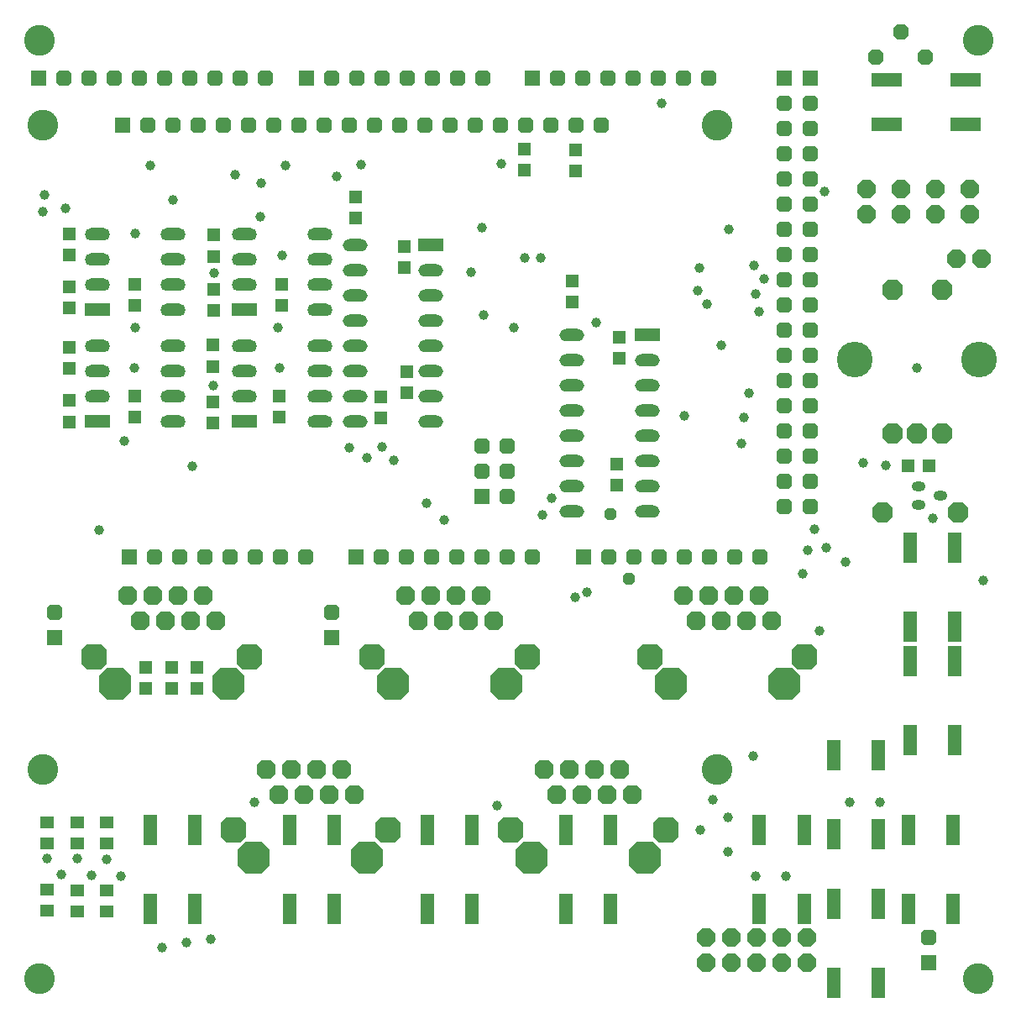
<source format=gts>
%FSLAX35Y35*%
%MOIN*%
%IN18=Loetstoppmaskeoben(X.GTS)*%
%ADD10C,0.00591*%
%ADD11C,0.00512*%
%ADD12C,0.00614*%
%ADD13C,0.00768*%
%ADD14C,0.00787*%
%ADD15C,0.01181*%
%ADD16C,0.01280*%
%ADD17C,0.01575*%
%ADD18C,0.01969*%
%ADD19C,0.02362*%
%ADD20C,0.02795*%
%ADD21C,0.03937*%
%ADD22C,0.12205*%
%ADD23C,0.13780*%
%ADD24C,0.14173*%
%AMR_25*21,1,0.00787,0.00787,0,0,0.000*%
%ADD25R_25*%
%AMR_26*21,1,0.01575,0.01575,0,0,0.000*%
%ADD26R_26*%
%AMR_27*21,1,0.01870,0.01870,0,0,0.000*%
%ADD27R_27*%
%AMR_28*21,1,0.01969,0.01969,0,0,0.000*%
%ADD28R_28*%
%AMR_29*21,1,0.02559,0.02559,0,0,0.000*%
%ADD29R_29*%
%AMR_30*21,1,0.04587,0.05433,0,0,90.000*%
%ADD30R_30*%
%AMR_31*21,1,0.05000,0.05000,0,0,0.000*%
%ADD31R_31*%
%AMR_32*21,1,0.05000,0.05000,0,0,90.000*%
%ADD32R_32*%
%AMR_33*21,1,0.05000,0.05000,0,0,270.000*%
%ADD33R_33*%
%AMR_34*21,1,0.05000,0.09843,0,0,270.000*%
%ADD34R_34*%
%AMR_35*21,1,0.05000,0.10000,0,0,90.000*%
%ADD35R_35*%
%AMR_36*21,1,0.12205,0.05118,0,0,90.000*%
%ADD36R_36*%
%AMR_37*21,1,0.12205,0.05118,0,0,180.000*%
%ADD37R_37*%
%AMR_38*21,1,0.19685,0.19685,0,0,0.000*%
%ADD38R_38*%
%AMOCT_39*4,1,8,0.023622,0.011811,0.011811,0.023622,-0.011811,0.023622,-0.023622,0.011811,-0.023622,-0.011811,-0.011811,-0.023622,0.011811,-0.023622,0.023622,-0.011811,0.023622,0.011811,0.000*%
%ADD39OCT_39*%
%AMOCT_40*4,1,8,0.029528,0.014764,0.014764,0.029528,-0.014764,0.029528,-0.029528,0.014764,-0.029528,-0.014764,-0.014764,-0.029528,0.014764,-0.029528,0.029528,-0.014764,0.029528,0.014764,0.000*%
%ADD40OCT_40*%
%AMOCT_41*4,1,8,0.031496,0.015748,0.015748,0.031496,-0.015748,0.031496,-0.031496,0.015748,-0.031496,-0.015748,-0.015748,-0.031496,0.015748,-0.031496,0.031496,-0.015748,0.031496,0.015748,-0.000*%
%ADD41OCT_41*%
%AMOCT_42*4,1,8,0.031496,0.015748,0.015748,0.031496,-0.015748,0.031496,-0.031496,0.015748,-0.031496,-0.015748,-0.015748,-0.031496,0.015748,-0.031496,0.031496,-0.015748,0.031496,0.015748,90.000*%
%ADD42OCT_42*%
%AMOCT_43*4,1,8,0.031496,0.015748,0.015748,0.031496,-0.015748,0.031496,-0.031496,0.015748,-0.031496,-0.015748,-0.015748,-0.031496,0.015748,-0.031496,0.031496,-0.015748,0.031496,0.015748,270.000*%
%ADD43OCT_43*%
%AMOCT_44*4,1,8,0.035433,0.017717,0.017717,0.035433,-0.017717,0.035433,-0.035433,0.017717,-0.035433,-0.017717,-0.017717,-0.035433,0.017717,-0.035433,0.035433,-0.017717,0.035433,0.017717,-0.000*%
%ADD44OCT_44*%
%AMOCT_45*4,1,8,0.035433,0.017717,0.017717,0.035433,-0.017717,0.035433,-0.035433,0.017717,-0.035433,-0.017717,-0.017717,-0.035433,0.017717,-0.035433,0.035433,-0.017717,0.035433,0.017717,180.000*%
%ADD45OCT_45*%
%AMOCT_46*4,1,8,0.035433,0.017717,0.017717,0.035433,-0.017717,0.035433,-0.035433,0.017717,-0.035433,-0.017717,-0.017717,-0.035433,0.017717,-0.035433,0.035433,-0.017717,0.035433,0.017717,270.000*%
%ADD46OCT_46*%
%AMOCT_47*4,1,8,0.037402,0.018701,0.018701,0.037402,-0.018701,0.037402,-0.037402,0.018701,-0.037402,-0.018701,-0.018701,-0.037402,0.018701,-0.037402,0.037402,-0.018701,0.037402,0.018701,180.000*%
%ADD47OCT_47*%
%AMOCT_48*4,1,8,0.039370,0.019685,0.019685,0.039370,-0.019685,0.039370,-0.039370,0.019685,-0.039370,-0.019685,-0.019685,-0.039370,0.019685,-0.039370,0.039370,-0.019685,0.039370,0.019685,0.000*%
%ADD48OCT_48*%
%AMOCT_49*4,1,8,0.051181,0.025591,0.025591,0.051181,-0.025591,0.051181,-0.051181,0.025591,-0.051181,-0.025591,-0.025591,-0.051181,0.025591,-0.051181,0.051181,-0.025591,0.051181,0.025591,180.000*%
%ADD49OCT_49*%
%AMOCT_50*4,1,8,0.063976,0.031988,0.031988,0.063976,-0.031988,0.063976,-0.063976,0.031988,-0.063976,-0.031988,-0.031988,-0.063976,0.031988,-0.063976,0.063976,-0.031988,0.063976,0.031988,180.000*%
%ADD50OCT_50*%
%AMO_51*20,1,0.03937,-0.00787,0.00000,0.00787,0.00000,0*1,1,0.03937,-0.00787,0.00000*1,1,0.03937,0.00787,0.00000*%
%ADD51O_51*%
%AMO_52*20,1,0.05000,-0.02421,0.00000,0.02421,0.00000,0*1,1,0.05000,-0.02421,0.00000*1,1,0.05000,0.02421,0.00000*%
%ADD52O_52*%
%AMO_53*20,1,0.05000,0.02500,0.00000,-0.02500,0.00000,0*1,1,0.05000,0.02500,0.00000*1,1,0.05000,-0.02500,0.00000*%
%ADD53O_53*%
%AMRR_54*21,1,0.06299,0.05039,0,0,-0.000*21,1,0.05039,0.06299,0,0,-0.000*1,1,0.01260,0.02520,0.02520*1,1,0.01260,-0.02520,-0.02520*1,1,0.01260,0.02520,-0.02520*1,1,0.01260,-0.02520,0.02520*%
%ADD54RR_54*%
%AMRR_55*21,1,0.06299,0.05039,0,0,90.000*21,1,0.05039,0.06299,0,0,90.000*1,1,0.01260,-0.02520,0.02520*1,1,0.01260,0.02520,-0.02520*1,1,0.01260,0.02520,0.02520*1,1,0.01260,-0.02520,-0.02520*%
%ADD55RR_55*%
%AMRR_56*21,1,0.06299,0.05039,0,0,270.000*21,1,0.05039,0.06299,0,0,270.000*1,1,0.01260,0.02520,-0.02520*1,1,0.01260,-0.02520,0.02520*1,1,0.01260,-0.02520,-0.02520*1,1,0.01260,0.02520,0.02520*%
%ADD56RR_56*%
G54D21*
X192165Y79320D03*
X48661Y306289D03*
X48267Y252942D03*
X186259Y308651D03*
X186850Y274202D03*
X106732Y297627D03*
X105944Y252942D03*
X63425Y319675D03*
X231535Y271250D03*
X358897Y252942D03*
X365196Y193297D03*
X385275Y168690D03*
X332322Y80895D03*
X344133Y80895D03*
X320118Y148612D03*
X95708Y80895D03*
X198858Y269084D03*
X48464Y269084D03*
X105157Y269084D03*
X79763Y290738D03*
X79566Y246250D03*
X44330Y224005D03*
X193740Y334045D03*
X294133Y293887D03*
X298070Y288375D03*
X257519Y358061D03*
X330354Y176171D03*
X322874Y181683D03*
X337440Y215541D03*
X315393Y180895D03*
X318149Y189163D03*
X34291Y188769D03*
X181929Y291131D03*
X171299Y192706D03*
X164212Y199399D03*
X140590Y217509D03*
X146496Y221840D03*
X322086Y323021D03*
X271692Y283651D03*
X275629Y278533D03*
X272480Y292706D03*
X133503Y221446D03*
X88228Y329714D03*
X12637Y321840D03*
X98070Y313179D03*
X20905Y316328D03*
X13425Y58454D03*
X25629Y58454D03*
X37047Y58061D03*
X98464Y326564D03*
X11850Y315147D03*
X284291Y308061D03*
X346496Y214360D03*
X289015Y223021D03*
X290196Y233257D03*
X151220Y216328D03*
X296102Y275383D03*
X294921Y282470D03*
X281141Y261998D03*
X266574Y234045D03*
X292165Y243100D03*
X71299Y213966D03*
X19330Y51958D03*
X59094Y23021D03*
X68937Y24990D03*
X78385Y26564D03*
X42952Y51564D03*
X54370Y333257D03*
X108307Y333257D03*
X31141Y51761D03*
X227992Y163966D03*
X138228Y333651D03*
X209488Y296643D03*
X213818Y201368D03*
X128385Y328927D03*
X203188Y296643D03*
X210275Y194675D03*
X223267Y161998D03*
X277992Y81683D03*
X272874Y69872D03*
X283897Y61210D03*
X283897Y74596D03*
X306732Y51368D03*
X294921Y51368D03*
X313425Y171446D03*
X293740Y99005D03*
G54D22*
X11742Y93759D03*
X11742Y349350D03*
X279458Y93759D03*
X383100Y10600D03*
X10600Y10600D03*
X10600Y383100D03*
X383100Y383100D03*
X279458Y349350D03*
G54D24*
X334291Y256486D03*
X383503Y256486D03*
G54D30*
X37047Y72765D03*
X37047Y64360D03*
X25629Y72765D03*
X25629Y64360D03*
X13425Y72765D03*
X13425Y64360D03*
X37047Y45797D03*
X37047Y37391D03*
X25629Y45797D03*
X25629Y37391D03*
X13425Y46190D03*
X13425Y37785D03*
G54D31*
X363754Y214163D03*
X355354Y214163D03*
G54D32*
X156535Y251500D03*
X156535Y243100D03*
X146102Y241461D03*
X146102Y233061D03*
X155354Y301106D03*
X155354Y292706D03*
X79566Y261933D03*
X79566Y253533D03*
X79763Y305634D03*
X79763Y297234D03*
X239803Y214689D03*
X239803Y206289D03*
X240984Y265083D03*
X240984Y256683D03*
X22480Y261146D03*
X22480Y252746D03*
X22480Y306027D03*
X22480Y297627D03*
G54D33*
X223661Y330960D03*
X223661Y339360D03*
X203188Y331353D03*
X203188Y339753D03*
X136259Y312259D03*
X136259Y320659D03*
X79566Y230960D03*
X79566Y239360D03*
X105944Y233519D03*
X105944Y241919D03*
X106929Y277810D03*
X106929Y286210D03*
X79763Y275842D03*
X79763Y284242D03*
X222086Y278991D03*
X222086Y287391D03*
X22480Y231550D03*
X22480Y239950D03*
X48464Y233519D03*
X48464Y241919D03*
X48464Y277810D03*
X48464Y286210D03*
X22480Y276629D03*
X22480Y285029D03*
X52795Y125842D03*
X52795Y134242D03*
X63031Y125842D03*
X63031Y134242D03*
X73267Y125842D03*
X73267Y134242D03*
G54D34*
X165984Y301761D03*
X252007Y265935D03*
G54D35*
X91771Y231683D03*
X91771Y275974D03*
X33503Y231879D03*
X33503Y276171D03*
G54D36*
X54566Y69872D03*
X72283Y69872D03*
X54566Y38572D03*
X72283Y38572D03*
X109685Y69872D03*
X127401Y69872D03*
X109685Y38572D03*
X127401Y38572D03*
X164606Y69872D03*
X182322Y69872D03*
X164606Y38572D03*
X182322Y38572D03*
X219527Y69872D03*
X237244Y69872D03*
X219527Y38572D03*
X237244Y38572D03*
X356141Y136801D03*
X373858Y136801D03*
X356141Y105501D03*
X373858Y105501D03*
X356141Y181683D03*
X373858Y181683D03*
X356141Y150383D03*
X373858Y150383D03*
X296299Y69872D03*
X314015Y69872D03*
X296299Y38572D03*
X314015Y38572D03*
X325826Y40344D03*
X343543Y40344D03*
X325826Y9045D03*
X343543Y9045D03*
X355354Y69872D03*
X373070Y69872D03*
X355354Y38572D03*
X373070Y38572D03*
X325826Y99399D03*
X343543Y99399D03*
X325826Y68100D03*
X343543Y68100D03*
G54D37*
X346889Y349596D03*
X346889Y367312D03*
X378188Y349596D03*
X378188Y367312D03*
G54D39*
X244527Y169478D03*
X237047Y195068D03*
G54D40*
X342559Y376368D03*
X352401Y386368D03*
X362244Y376368D03*
G54D41*
X20275Y368100D03*
X30275Y368100D03*
X40275Y368100D03*
X50275Y368100D03*
X60275Y368100D03*
X70275Y368100D03*
X80275Y368100D03*
X90275Y368100D03*
X100275Y368100D03*
X56299Y177942D03*
X66299Y177942D03*
X76299Y177942D03*
X86299Y177942D03*
X96299Y177942D03*
X106299Y177942D03*
X116299Y177942D03*
X146259Y177942D03*
X156259Y177942D03*
X166259Y177942D03*
X176259Y177942D03*
X186259Y177942D03*
X196259Y177942D03*
X206259Y177942D03*
X236417Y177942D03*
X246417Y177942D03*
X256417Y177942D03*
X266417Y177942D03*
X276417Y177942D03*
X286417Y177942D03*
X296417Y177942D03*
X216338Y368100D03*
X226338Y368100D03*
X236338Y368100D03*
X246338Y368100D03*
X256338Y368100D03*
X266338Y368100D03*
X276338Y368100D03*
X126377Y368100D03*
X136377Y368100D03*
X146377Y368100D03*
X156377Y368100D03*
X166377Y368100D03*
X176377Y368100D03*
X186377Y368100D03*
X53346Y349399D03*
X63346Y349399D03*
X73346Y349399D03*
X83346Y349399D03*
X93346Y349399D03*
X103346Y349399D03*
X113346Y349399D03*
X123346Y349399D03*
X133346Y349399D03*
X143346Y349399D03*
X153346Y349399D03*
X163346Y349399D03*
X173346Y349399D03*
X183346Y349399D03*
X193346Y349399D03*
X203346Y349399D03*
X213346Y349399D03*
X223346Y349399D03*
X233346Y349399D03*
G54D42*
X126417Y156250D03*
X196062Y201958D03*
X186062Y211958D03*
X196062Y211958D03*
X186062Y221958D03*
X196062Y221958D03*
X16574Y156250D03*
X363425Y27116D03*
G54D43*
X306338Y358100D03*
X306338Y348100D03*
X306338Y338100D03*
X306338Y328100D03*
X306338Y318100D03*
X306338Y308100D03*
X306338Y298100D03*
X306338Y288100D03*
X306338Y278100D03*
X306338Y268100D03*
X306338Y258100D03*
X306338Y248100D03*
X306338Y238100D03*
X306338Y228100D03*
X306338Y218100D03*
X306338Y208100D03*
X306338Y198100D03*
X316377Y358100D03*
X316377Y348100D03*
X316377Y338100D03*
X316377Y328100D03*
X316377Y318100D03*
X316377Y308100D03*
X316377Y298100D03*
X316377Y288100D03*
X316377Y278100D03*
X316377Y268100D03*
X316377Y258100D03*
X316377Y248100D03*
X316377Y238100D03*
X316377Y228100D03*
X316377Y218100D03*
X316377Y208100D03*
X316377Y198100D03*
G54D44*
X275236Y27155D03*
X275236Y17155D03*
X285236Y27155D03*
X285236Y17155D03*
X295236Y27155D03*
X295236Y17155D03*
X305236Y17155D03*
X305236Y27155D03*
X315236Y27155D03*
X315236Y17155D03*
G54D45*
X384488Y296446D03*
X374488Y296446D03*
G54D46*
X338818Y324202D03*
X338818Y314202D03*
X352401Y324202D03*
X352401Y314202D03*
X366181Y324202D03*
X366181Y314202D03*
X379960Y324202D03*
X379960Y314202D03*
G54D47*
X190787Y152746D03*
X185787Y162746D03*
X180787Y152746D03*
X175787Y162746D03*
X170787Y152746D03*
X165787Y162746D03*
X160787Y152746D03*
X155787Y162746D03*
X301023Y152746D03*
X296023Y162746D03*
X291023Y152746D03*
X286023Y162746D03*
X281023Y152746D03*
X276023Y162746D03*
X271023Y152746D03*
X266023Y162746D03*
X135669Y83848D03*
X130669Y93848D03*
X125669Y83848D03*
X120669Y93848D03*
X115669Y83848D03*
X110669Y93848D03*
X105669Y83848D03*
X100669Y93848D03*
X245905Y83848D03*
X240905Y93848D03*
X235905Y83848D03*
X230905Y93848D03*
X225905Y83848D03*
X220905Y93848D03*
X215905Y83848D03*
X210905Y93848D03*
X80551Y152746D03*
X75551Y162746D03*
X70551Y152746D03*
X65551Y162746D03*
X60551Y152746D03*
X55551Y162746D03*
X50551Y152746D03*
X45551Y162746D03*
G54D48*
X349055Y226958D03*
X358897Y226958D03*
X368740Y226958D03*
X349055Y284045D03*
X368740Y284045D03*
X345314Y195659D03*
X375314Y195659D03*
G54D49*
X142480Y138572D03*
X204094Y138572D03*
X252716Y138572D03*
X314330Y138572D03*
X87362Y69675D03*
X148976Y69675D03*
X197598Y69675D03*
X259212Y69675D03*
X32244Y138572D03*
X93858Y138572D03*
G54D50*
X195787Y127746D03*
X150787Y127746D03*
X306023Y127746D03*
X261023Y127746D03*
X140669Y58848D03*
X95669Y58848D03*
X250905Y58848D03*
X205905Y58848D03*
X85551Y127746D03*
X40551Y127746D03*
G54D51*
X359488Y206092D03*
X359488Y198612D03*
X368149Y202352D03*
G54D52*
X165984Y291761D03*
X165984Y281761D03*
X165984Y271761D03*
X165984Y261761D03*
X165984Y251761D03*
X165984Y241761D03*
X165984Y231761D03*
X135984Y231761D03*
X135984Y241761D03*
X135984Y251761D03*
X135984Y261761D03*
X135984Y271761D03*
X135984Y281761D03*
X135984Y291761D03*
X135984Y301761D03*
X252007Y255935D03*
X252007Y245935D03*
X252007Y235935D03*
X252007Y225935D03*
X252007Y215935D03*
X252007Y205935D03*
X252007Y195935D03*
X222007Y195935D03*
X222007Y205935D03*
X222007Y215935D03*
X222007Y225935D03*
X222007Y235935D03*
X222007Y245935D03*
X222007Y255935D03*
X222007Y265935D03*
G54D53*
X91771Y241683D03*
X91771Y251683D03*
X91771Y261683D03*
X121771Y261683D03*
X121771Y251683D03*
X121771Y241683D03*
X121771Y231683D03*
X91771Y285974D03*
X91771Y295974D03*
X91771Y305974D03*
X121771Y305974D03*
X121771Y295974D03*
X121771Y285974D03*
X121771Y275974D03*
X33503Y241879D03*
X33503Y251879D03*
X33503Y261879D03*
X63503Y261879D03*
X63503Y251879D03*
X63503Y241879D03*
X63503Y231879D03*
X33503Y286171D03*
X33503Y296171D03*
X33503Y306171D03*
X63503Y306171D03*
X63503Y296171D03*
X63503Y286171D03*
X63503Y276171D03*
G54D54*
X10275Y368100D03*
X46299Y177942D03*
X136259Y177942D03*
X226417Y177942D03*
X206338Y368100D03*
X116377Y368100D03*
X43346Y349399D03*
G54D55*
X126417Y146250D03*
X186062Y201958D03*
X16574Y146250D03*
X363425Y17116D03*
G54D56*
X306338Y368100D03*
X316377Y368100D03*
M02*

</source>
